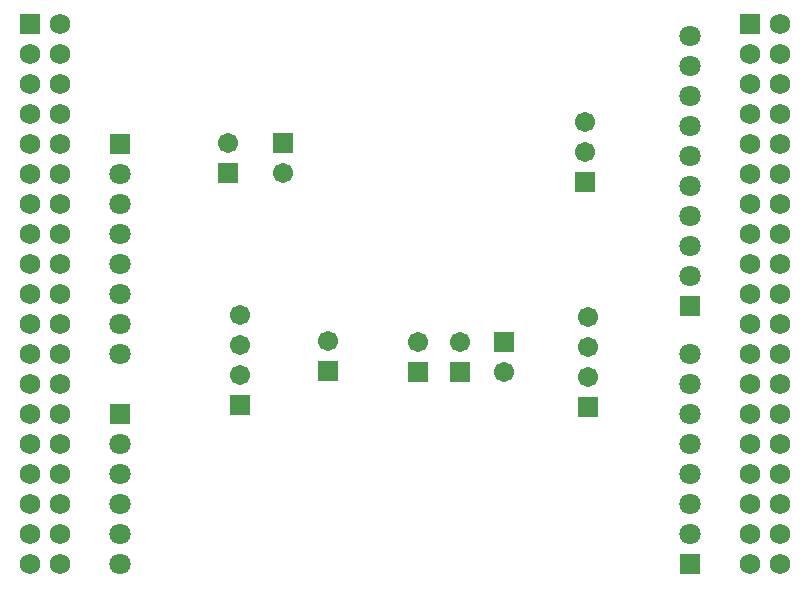
<source format=gts>
G04 Layer_Color=8388736*
%FSLAX25Y25*%
%MOIN*%
G70*
G01*
G75*
%ADD19R,0.06824X0.06824*%
%ADD20C,0.06824*%
%ADD21R,0.07119X0.07119*%
%ADD22C,0.07119*%
%ADD23R,0.06706X0.06706*%
%ADD24C,0.06706*%
D19*
X215000Y313441D02*
D03*
X455000D02*
D03*
D20*
X215000Y133441D02*
D03*
X225000Y313441D02*
D03*
X215000Y303441D02*
D03*
X225000D02*
D03*
X215000Y293441D02*
D03*
X225000D02*
D03*
X215000Y283441D02*
D03*
X225000D02*
D03*
X215000Y273441D02*
D03*
X225000D02*
D03*
X215000Y263441D02*
D03*
X225000D02*
D03*
X215000Y253441D02*
D03*
X225000D02*
D03*
X215000Y243441D02*
D03*
X225000D02*
D03*
X215000Y233441D02*
D03*
X225000D02*
D03*
X215000Y223441D02*
D03*
X225000D02*
D03*
X215000Y213441D02*
D03*
X225000D02*
D03*
X215000Y203441D02*
D03*
X225000D02*
D03*
X215000Y193441D02*
D03*
X225000D02*
D03*
X215000Y183441D02*
D03*
X225000D02*
D03*
X215000Y173441D02*
D03*
X225000D02*
D03*
X215000Y163441D02*
D03*
X225000D02*
D03*
X215000Y153441D02*
D03*
X225000D02*
D03*
X215000Y143441D02*
D03*
X225000D02*
D03*
Y133441D02*
D03*
X455000D02*
D03*
X465000Y313441D02*
D03*
X455000Y303441D02*
D03*
X465000D02*
D03*
X455000Y293441D02*
D03*
X465000D02*
D03*
X455000Y283441D02*
D03*
X465000D02*
D03*
X455000Y273441D02*
D03*
X465000D02*
D03*
X455000Y263441D02*
D03*
X465000D02*
D03*
X455000Y253441D02*
D03*
X465000D02*
D03*
X455000Y243441D02*
D03*
X465000D02*
D03*
X455000Y233441D02*
D03*
X465000D02*
D03*
X455000Y223441D02*
D03*
X465000D02*
D03*
X455000Y213441D02*
D03*
X465000D02*
D03*
X455000Y203441D02*
D03*
X465000D02*
D03*
X455000Y193441D02*
D03*
X465000D02*
D03*
X455000Y183441D02*
D03*
X465000D02*
D03*
X455000Y173441D02*
D03*
X465000D02*
D03*
X455000Y163441D02*
D03*
X465000D02*
D03*
X455000Y153441D02*
D03*
X465000D02*
D03*
X455000Y143441D02*
D03*
X465000D02*
D03*
Y133441D02*
D03*
D21*
X245000Y273441D02*
D03*
X435000Y133441D02*
D03*
X245000Y183441D02*
D03*
X435000Y219425D02*
D03*
D22*
X245000Y263441D02*
D03*
Y253441D02*
D03*
Y243441D02*
D03*
Y233441D02*
D03*
Y223441D02*
D03*
Y213441D02*
D03*
Y203441D02*
D03*
X435000Y143441D02*
D03*
Y153441D02*
D03*
Y163441D02*
D03*
Y173441D02*
D03*
Y183441D02*
D03*
Y193441D02*
D03*
Y203441D02*
D03*
X245000Y173441D02*
D03*
Y163441D02*
D03*
Y153441D02*
D03*
Y143441D02*
D03*
Y133441D02*
D03*
X435000Y229425D02*
D03*
Y239425D02*
D03*
Y249425D02*
D03*
Y259425D02*
D03*
Y269425D02*
D03*
Y279425D02*
D03*
Y289425D02*
D03*
Y299425D02*
D03*
Y309425D02*
D03*
D23*
X281000Y264000D02*
D03*
X285000Y186500D02*
D03*
X401000Y186000D02*
D03*
X373000Y207500D02*
D03*
X400000Y261000D02*
D03*
X358500Y197500D02*
D03*
X344500D02*
D03*
X299500Y274000D02*
D03*
X314500Y198000D02*
D03*
D24*
X281000Y274000D02*
D03*
X285000Y216500D02*
D03*
Y206500D02*
D03*
Y196500D02*
D03*
X401000Y216000D02*
D03*
Y206000D02*
D03*
Y196000D02*
D03*
X373000Y197500D02*
D03*
X400000Y271000D02*
D03*
Y281000D02*
D03*
X358500Y207500D02*
D03*
X344500D02*
D03*
X299500Y264000D02*
D03*
X314500Y208000D02*
D03*
M02*

</source>
